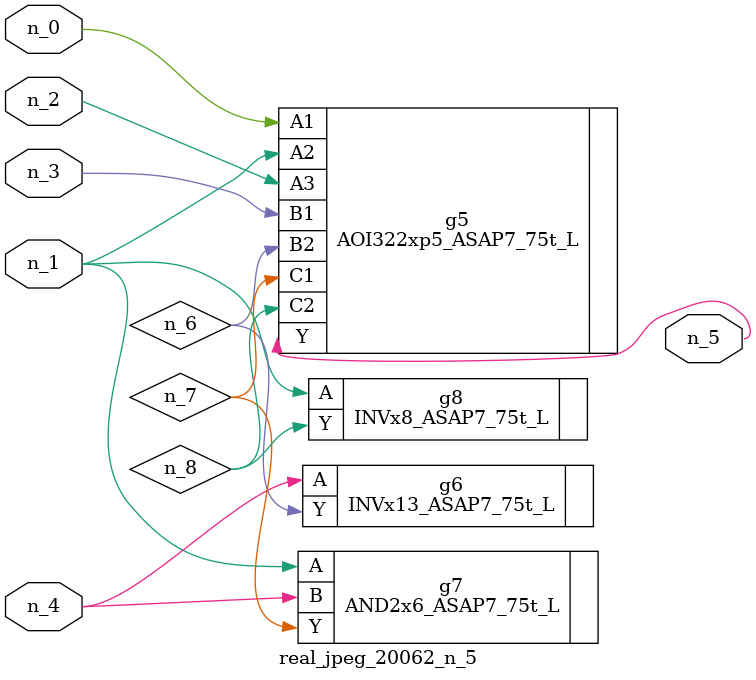
<source format=v>
module real_jpeg_20062_n_5 (n_4, n_0, n_1, n_2, n_3, n_5);

input n_4;
input n_0;
input n_1;
input n_2;
input n_3;

output n_5;

wire n_8;
wire n_6;
wire n_7;

AOI322xp5_ASAP7_75t_L g5 ( 
.A1(n_0),
.A2(n_1),
.A3(n_2),
.B1(n_3),
.B2(n_6),
.C1(n_7),
.C2(n_8),
.Y(n_5)
);

AND2x6_ASAP7_75t_L g7 ( 
.A(n_1),
.B(n_4),
.Y(n_7)
);

INVx8_ASAP7_75t_L g8 ( 
.A(n_1),
.Y(n_8)
);

INVx13_ASAP7_75t_L g6 ( 
.A(n_4),
.Y(n_6)
);


endmodule
</source>
